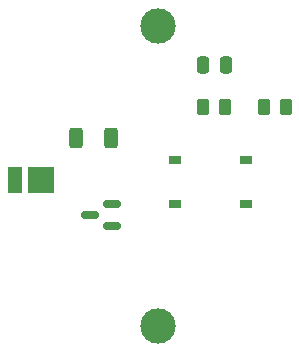
<source format=gbr>
%TF.GenerationSoftware,KiCad,Pcbnew,7.0.5*%
%TF.CreationDate,2024-01-30T14:43:17+01:00*%
%TF.ProjectId,DelaySw,44656c61-7953-4772-9e6b-696361645f70,rev?*%
%TF.SameCoordinates,Original*%
%TF.FileFunction,Soldermask,Top*%
%TF.FilePolarity,Negative*%
%FSLAX46Y46*%
G04 Gerber Fmt 4.6, Leading zero omitted, Abs format (unit mm)*
G04 Created by KiCad (PCBNEW 7.0.5) date 2024-01-30 14:43:17*
%MOMM*%
%LPD*%
G01*
G04 APERTURE LIST*
G04 Aperture macros list*
%AMRoundRect*
0 Rectangle with rounded corners*
0 $1 Rounding radius*
0 $2 $3 $4 $5 $6 $7 $8 $9 X,Y pos of 4 corners*
0 Add a 4 corners polygon primitive as box body*
4,1,4,$2,$3,$4,$5,$6,$7,$8,$9,$2,$3,0*
0 Add four circle primitives for the rounded corners*
1,1,$1+$1,$2,$3*
1,1,$1+$1,$4,$5*
1,1,$1+$1,$6,$7*
1,1,$1+$1,$8,$9*
0 Add four rect primitives between the rounded corners*
20,1,$1+$1,$2,$3,$4,$5,0*
20,1,$1+$1,$4,$5,$6,$7,0*
20,1,$1+$1,$6,$7,$8,$9,0*
20,1,$1+$1,$8,$9,$2,$3,0*%
G04 Aperture macros list end*
%ADD10RoundRect,0.250000X0.250000X0.475000X-0.250000X0.475000X-0.250000X-0.475000X0.250000X-0.475000X0*%
%ADD11RoundRect,0.150000X0.587500X0.150000X-0.587500X0.150000X-0.587500X-0.150000X0.587500X-0.150000X0*%
%ADD12RoundRect,0.250000X-0.312500X-0.625000X0.312500X-0.625000X0.312500X0.625000X-0.312500X0.625000X0*%
%ADD13R,2.200000X2.200000*%
%ADD14R,1.250000X2.200000*%
%ADD15RoundRect,0.250000X0.262500X0.450000X-0.262500X0.450000X-0.262500X-0.450000X0.262500X-0.450000X0*%
%ADD16R,1.000000X0.750000*%
%ADD17C,3.000000*%
G04 APERTURE END LIST*
D10*
%TO.C,C1*%
X44958000Y-32004000D03*
X43058000Y-32004000D03*
%TD*%
D11*
%TO.C,Q1*%
X35306000Y-45654000D03*
X35306000Y-43754000D03*
X33431000Y-44704000D03*
%TD*%
D12*
%TO.C,R3*%
X32319500Y-38227000D03*
X35244500Y-38227000D03*
%TD*%
D13*
%TO.C,D2*%
X29348000Y-41783000D03*
D14*
X27073000Y-41783000D03*
%TD*%
D15*
%TO.C,R1*%
X50061500Y-35560000D03*
X48236500Y-35560000D03*
%TD*%
D16*
%TO.C,SW1*%
X46688000Y-43785000D03*
X40688000Y-43785000D03*
X46688000Y-40035000D03*
X40688000Y-40035000D03*
%TD*%
D15*
%TO.C,R2*%
X44878000Y-35560000D03*
X43053000Y-35560000D03*
%TD*%
D17*
%TO.C,CR2032*%
X39249000Y-54102000D03*
X39249000Y-28702000D03*
%TD*%
M02*

</source>
